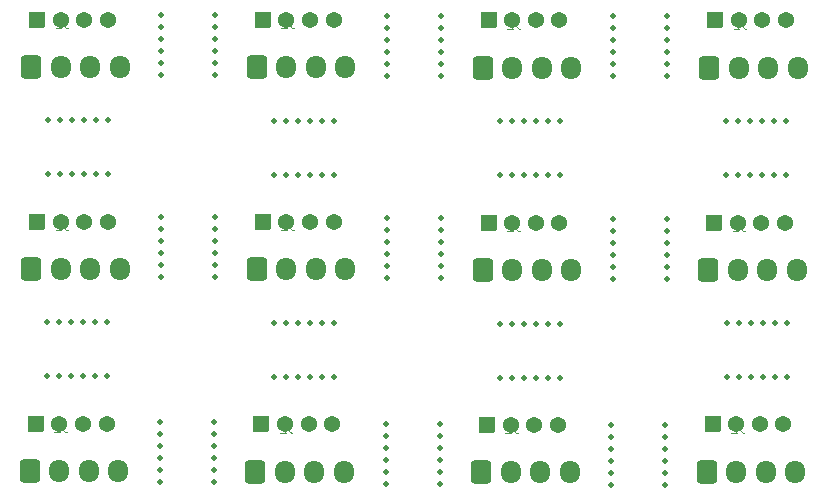
<source format=gbr>
%TF.GenerationSoftware,KiCad,Pcbnew,9.0.2*%
%TF.CreationDate,2025-05-19T21:39:43+01:00*%
%TF.ProjectId,grove_adaptor_panel,67726f76-655f-4616-9461-70746f725f70,rev?*%
%TF.SameCoordinates,Original*%
%TF.FileFunction,Soldermask,Bot*%
%TF.FilePolarity,Negative*%
%FSLAX46Y46*%
G04 Gerber Fmt 4.6, Leading zero omitted, Abs format (unit mm)*
G04 Created by KiCad (PCBNEW 9.0.2) date 2025-05-19 21:39:43*
%MOMM*%
%LPD*%
G01*
G04 APERTURE LIST*
G04 Aperture macros list*
%AMRoundRect*
0 Rectangle with rounded corners*
0 $1 Rounding radius*
0 $2 $3 $4 $5 $6 $7 $8 $9 X,Y pos of 4 corners*
0 Add a 4 corners polygon primitive as box body*
4,1,4,$2,$3,$4,$5,$6,$7,$8,$9,$2,$3,0*
0 Add four circle primitives for the rounded corners*
1,1,$1+$1,$2,$3*
1,1,$1+$1,$4,$5*
1,1,$1+$1,$6,$7*
1,1,$1+$1,$8,$9*
0 Add four rect primitives between the rounded corners*
20,1,$1+$1,$2,$3,$4,$5,0*
20,1,$1+$1,$4,$5,$6,$7,0*
20,1,$1+$1,$6,$7,$8,$9,0*
20,1,$1+$1,$8,$9,$2,$3,0*%
G04 Aperture macros list end*
%ADD10C,0.077216*%
%ADD11C,0.500000*%
%ADD12RoundRect,0.050800X-0.635000X-0.635000X0.635000X-0.635000X0.635000X0.635000X-0.635000X0.635000X0*%
%ADD13C,1.371600*%
%ADD14RoundRect,0.250000X-0.600000X-0.725000X0.600000X-0.725000X0.600000X0.725000X-0.600000X0.725000X0*%
%ADD15O,1.700000X1.950000*%
G04 APERTURE END LIST*
D10*
X139338037Y-106951326D02*
X139338037Y-107502869D01*
X139338037Y-107502869D02*
X139374806Y-107613177D01*
X139374806Y-107613177D02*
X139448345Y-107686717D01*
X139448345Y-107686717D02*
X139558654Y-107723486D01*
X139558654Y-107723486D02*
X139632193Y-107723486D01*
X139007111Y-107024865D02*
X138970342Y-106988096D01*
X138970342Y-106988096D02*
X138896803Y-106951326D01*
X138896803Y-106951326D02*
X138712955Y-106951326D01*
X138712955Y-106951326D02*
X138639416Y-106988096D01*
X138639416Y-106988096D02*
X138602647Y-107024865D01*
X138602647Y-107024865D02*
X138565877Y-107098404D01*
X138565877Y-107098404D02*
X138565877Y-107171943D01*
X138565877Y-107171943D02*
X138602647Y-107282252D01*
X138602647Y-107282252D02*
X139043881Y-107723486D01*
X139043881Y-107723486D02*
X138565877Y-107723486D01*
X158515037Y-89806326D02*
X158515037Y-90357869D01*
X158515037Y-90357869D02*
X158551806Y-90468177D01*
X158551806Y-90468177D02*
X158625345Y-90541717D01*
X158625345Y-90541717D02*
X158735654Y-90578486D01*
X158735654Y-90578486D02*
X158809193Y-90578486D01*
X158184111Y-89879865D02*
X158147342Y-89843096D01*
X158147342Y-89843096D02*
X158073803Y-89806326D01*
X158073803Y-89806326D02*
X157889955Y-89806326D01*
X157889955Y-89806326D02*
X157816416Y-89843096D01*
X157816416Y-89843096D02*
X157779647Y-89879865D01*
X157779647Y-89879865D02*
X157742877Y-89953404D01*
X157742877Y-89953404D02*
X157742877Y-90026943D01*
X157742877Y-90026943D02*
X157779647Y-90137252D01*
X157779647Y-90137252D02*
X158220881Y-90578486D01*
X158220881Y-90578486D02*
X157742877Y-90578486D01*
X139338037Y-89806326D02*
X139338037Y-90357869D01*
X139338037Y-90357869D02*
X139374806Y-90468177D01*
X139374806Y-90468177D02*
X139448345Y-90541717D01*
X139448345Y-90541717D02*
X139558654Y-90578486D01*
X139558654Y-90578486D02*
X139632193Y-90578486D01*
X139007111Y-89879865D02*
X138970342Y-89843096D01*
X138970342Y-89843096D02*
X138896803Y-89806326D01*
X138896803Y-89806326D02*
X138712955Y-89806326D01*
X138712955Y-89806326D02*
X138639416Y-89843096D01*
X138639416Y-89843096D02*
X138602647Y-89879865D01*
X138602647Y-89879865D02*
X138565877Y-89953404D01*
X138565877Y-89953404D02*
X138565877Y-90026943D01*
X138565877Y-90026943D02*
X138602647Y-90137252D01*
X138602647Y-90137252D02*
X139043881Y-90578486D01*
X139043881Y-90578486D02*
X138565877Y-90578486D01*
X120224537Y-106887826D02*
X120224537Y-107439369D01*
X120224537Y-107439369D02*
X120261306Y-107549677D01*
X120261306Y-107549677D02*
X120334845Y-107623217D01*
X120334845Y-107623217D02*
X120445154Y-107659986D01*
X120445154Y-107659986D02*
X120518693Y-107659986D01*
X119893611Y-106961365D02*
X119856842Y-106924596D01*
X119856842Y-106924596D02*
X119783303Y-106887826D01*
X119783303Y-106887826D02*
X119599455Y-106887826D01*
X119599455Y-106887826D02*
X119525916Y-106924596D01*
X119525916Y-106924596D02*
X119489147Y-106961365D01*
X119489147Y-106961365D02*
X119452377Y-107034904D01*
X119452377Y-107034904D02*
X119452377Y-107108443D01*
X119452377Y-107108443D02*
X119489147Y-107218752D01*
X119489147Y-107218752D02*
X119930381Y-107659986D01*
X119930381Y-107659986D02*
X119452377Y-107659986D01*
X100994037Y-123994826D02*
X100994037Y-124546369D01*
X100994037Y-124546369D02*
X101030806Y-124656677D01*
X101030806Y-124656677D02*
X101104345Y-124730217D01*
X101104345Y-124730217D02*
X101214654Y-124766986D01*
X101214654Y-124766986D02*
X101288193Y-124766986D01*
X100663111Y-124068365D02*
X100626342Y-124031596D01*
X100626342Y-124031596D02*
X100552803Y-123994826D01*
X100552803Y-123994826D02*
X100368955Y-123994826D01*
X100368955Y-123994826D02*
X100295416Y-124031596D01*
X100295416Y-124031596D02*
X100258647Y-124068365D01*
X100258647Y-124068365D02*
X100221877Y-124141904D01*
X100221877Y-124141904D02*
X100221877Y-124215443D01*
X100221877Y-124215443D02*
X100258647Y-124325752D01*
X100258647Y-124325752D02*
X100699881Y-124766986D01*
X100699881Y-124766986D02*
X100221877Y-124766986D01*
X101121037Y-106849826D02*
X101121037Y-107401369D01*
X101121037Y-107401369D02*
X101157806Y-107511677D01*
X101157806Y-107511677D02*
X101231345Y-107585217D01*
X101231345Y-107585217D02*
X101341654Y-107621986D01*
X101341654Y-107621986D02*
X101415193Y-107621986D01*
X100790111Y-106923365D02*
X100753342Y-106886596D01*
X100753342Y-106886596D02*
X100679803Y-106849826D01*
X100679803Y-106849826D02*
X100495955Y-106849826D01*
X100495955Y-106849826D02*
X100422416Y-106886596D01*
X100422416Y-106886596D02*
X100385647Y-106923365D01*
X100385647Y-106923365D02*
X100348877Y-106996904D01*
X100348877Y-106996904D02*
X100348877Y-107070443D01*
X100348877Y-107070443D02*
X100385647Y-107180752D01*
X100385647Y-107180752D02*
X100826881Y-107621986D01*
X100826881Y-107621986D02*
X100348877Y-107621986D01*
X158304537Y-124016826D02*
X158304537Y-124568369D01*
X158304537Y-124568369D02*
X158341306Y-124678677D01*
X158341306Y-124678677D02*
X158414845Y-124752217D01*
X158414845Y-124752217D02*
X158525154Y-124788986D01*
X158525154Y-124788986D02*
X158598693Y-124788986D01*
X157973611Y-124090365D02*
X157936842Y-124053596D01*
X157936842Y-124053596D02*
X157863303Y-124016826D01*
X157863303Y-124016826D02*
X157679455Y-124016826D01*
X157679455Y-124016826D02*
X157605916Y-124053596D01*
X157605916Y-124053596D02*
X157569147Y-124090365D01*
X157569147Y-124090365D02*
X157532377Y-124163904D01*
X157532377Y-124163904D02*
X157532377Y-124237443D01*
X157532377Y-124237443D02*
X157569147Y-124347752D01*
X157569147Y-124347752D02*
X158010381Y-124788986D01*
X158010381Y-124788986D02*
X157532377Y-124788986D01*
X139201037Y-124080326D02*
X139201037Y-124631869D01*
X139201037Y-124631869D02*
X139237806Y-124742177D01*
X139237806Y-124742177D02*
X139311345Y-124815717D01*
X139311345Y-124815717D02*
X139421654Y-124852486D01*
X139421654Y-124852486D02*
X139495193Y-124852486D01*
X138870111Y-124153865D02*
X138833342Y-124117096D01*
X138833342Y-124117096D02*
X138759803Y-124080326D01*
X138759803Y-124080326D02*
X138575955Y-124080326D01*
X138575955Y-124080326D02*
X138502416Y-124117096D01*
X138502416Y-124117096D02*
X138465647Y-124153865D01*
X138465647Y-124153865D02*
X138428877Y-124227404D01*
X138428877Y-124227404D02*
X138428877Y-124300943D01*
X138428877Y-124300943D02*
X138465647Y-124411252D01*
X138465647Y-124411252D02*
X138906881Y-124852486D01*
X138906881Y-124852486D02*
X138428877Y-124852486D01*
X120097537Y-124016826D02*
X120097537Y-124568369D01*
X120097537Y-124568369D02*
X120134306Y-124678677D01*
X120134306Y-124678677D02*
X120207845Y-124752217D01*
X120207845Y-124752217D02*
X120318154Y-124788986D01*
X120318154Y-124788986D02*
X120391693Y-124788986D01*
X119766611Y-124090365D02*
X119729842Y-124053596D01*
X119729842Y-124053596D02*
X119656303Y-124016826D01*
X119656303Y-124016826D02*
X119472455Y-124016826D01*
X119472455Y-124016826D02*
X119398916Y-124053596D01*
X119398916Y-124053596D02*
X119362147Y-124090365D01*
X119362147Y-124090365D02*
X119325377Y-124163904D01*
X119325377Y-124163904D02*
X119325377Y-124237443D01*
X119325377Y-124237443D02*
X119362147Y-124347752D01*
X119362147Y-124347752D02*
X119803381Y-124788986D01*
X119803381Y-124788986D02*
X119325377Y-124788986D01*
X158431537Y-106954826D02*
X158431537Y-107506369D01*
X158431537Y-107506369D02*
X158468306Y-107616677D01*
X158468306Y-107616677D02*
X158541845Y-107690217D01*
X158541845Y-107690217D02*
X158652154Y-107726986D01*
X158652154Y-107726986D02*
X158725693Y-107726986D01*
X158100611Y-107028365D02*
X158063842Y-106991596D01*
X158063842Y-106991596D02*
X157990303Y-106954826D01*
X157990303Y-106954826D02*
X157806455Y-106954826D01*
X157806455Y-106954826D02*
X157732916Y-106991596D01*
X157732916Y-106991596D02*
X157696147Y-107028365D01*
X157696147Y-107028365D02*
X157659377Y-107101904D01*
X157659377Y-107101904D02*
X157659377Y-107175443D01*
X157659377Y-107175443D02*
X157696147Y-107285752D01*
X157696147Y-107285752D02*
X158137381Y-107726986D01*
X158137381Y-107726986D02*
X157659377Y-107726986D01*
X120224537Y-89746326D02*
X120224537Y-90297869D01*
X120224537Y-90297869D02*
X120261306Y-90408177D01*
X120261306Y-90408177D02*
X120334845Y-90481717D01*
X120334845Y-90481717D02*
X120445154Y-90518486D01*
X120445154Y-90518486D02*
X120518693Y-90518486D01*
X119893611Y-89819865D02*
X119856842Y-89783096D01*
X119856842Y-89783096D02*
X119783303Y-89746326D01*
X119783303Y-89746326D02*
X119599455Y-89746326D01*
X119599455Y-89746326D02*
X119525916Y-89783096D01*
X119525916Y-89783096D02*
X119489147Y-89819865D01*
X119489147Y-89819865D02*
X119452377Y-89893404D01*
X119452377Y-89893404D02*
X119452377Y-89966943D01*
X119452377Y-89966943D02*
X119489147Y-90077252D01*
X119489147Y-90077252D02*
X119930381Y-90518486D01*
X119930381Y-90518486D02*
X119452377Y-90518486D01*
X101121037Y-89746326D02*
X101121037Y-90297869D01*
X101121037Y-90297869D02*
X101157806Y-90408177D01*
X101157806Y-90408177D02*
X101231345Y-90481717D01*
X101231345Y-90481717D02*
X101341654Y-90518486D01*
X101341654Y-90518486D02*
X101415193Y-90518486D01*
X100790111Y-89819865D02*
X100753342Y-89783096D01*
X100753342Y-89783096D02*
X100679803Y-89746326D01*
X100679803Y-89746326D02*
X100495955Y-89746326D01*
X100495955Y-89746326D02*
X100422416Y-89783096D01*
X100422416Y-89783096D02*
X100385647Y-89819865D01*
X100385647Y-89819865D02*
X100348877Y-89893404D01*
X100348877Y-89893404D02*
X100348877Y-89966943D01*
X100348877Y-89966943D02*
X100385647Y-90077252D01*
X100385647Y-90077252D02*
X100826881Y-90518486D01*
X100826881Y-90518486D02*
X100348877Y-90518486D01*
D11*
%TO.C,mouse-bite-5mm-slot*%
X162179000Y-102997000D03*
X162179000Y-98425000D03*
X158115000Y-98425000D03*
X160147000Y-98425000D03*
X159131000Y-102997000D03*
X157099000Y-102997000D03*
X160147000Y-102997000D03*
X159131000Y-98425000D03*
X158115000Y-102997000D03*
X161163000Y-102997000D03*
X161163000Y-98425000D03*
X157099000Y-98425000D03*
%TD*%
%TO.C,mouse-bite-5mm-slot*%
X152082500Y-106676500D03*
X152082500Y-110740500D03*
X147510500Y-110740500D03*
X147510500Y-107692500D03*
X152082500Y-108708500D03*
X147510500Y-109724500D03*
X147510500Y-106676500D03*
X147510500Y-108708500D03*
X152082500Y-109724500D03*
X152082500Y-107692500D03*
X152082500Y-111756500D03*
X147510500Y-111756500D03*
%TD*%
%TO.C,mouse-bite-5mm-slot*%
X143005500Y-120138500D03*
X143005500Y-115566500D03*
X138941500Y-115566500D03*
X140973500Y-115566500D03*
X139957500Y-120138500D03*
X137925500Y-120138500D03*
X140973500Y-120138500D03*
X139957500Y-115566500D03*
X138941500Y-120138500D03*
X141989500Y-120138500D03*
X141989500Y-115566500D03*
X137925500Y-115566500D03*
%TD*%
D12*
%TO.C,J2*%
X136993000Y-107022000D03*
D13*
X138993000Y-107022000D03*
X140993000Y-107022000D03*
X142993000Y-107022000D03*
%TD*%
D14*
%TO.C,J1*%
X136493000Y-111022000D03*
D15*
X138993000Y-111022000D03*
X141493000Y-111022000D03*
X143993000Y-111022000D03*
%TD*%
D12*
%TO.C,J2*%
X156170000Y-89877000D03*
D13*
X158170000Y-89877000D03*
X160170000Y-89877000D03*
X162170000Y-89877000D03*
%TD*%
D14*
%TO.C,J1*%
X155670000Y-93877000D03*
D15*
X158170000Y-93877000D03*
X160670000Y-93877000D03*
X163170000Y-93877000D03*
%TD*%
D11*
%TO.C,mouse-bite-5mm-slot*%
X152082500Y-89531500D03*
X152082500Y-93595500D03*
X147510500Y-93595500D03*
X147510500Y-90547500D03*
X152082500Y-91563500D03*
X147510500Y-92579500D03*
X147510500Y-89531500D03*
X147510500Y-91563500D03*
X152082500Y-92579500D03*
X152082500Y-90547500D03*
X152082500Y-94611500D03*
X147510500Y-94611500D03*
%TD*%
%TO.C,mouse-bite-5mm-slot*%
X143005500Y-102993500D03*
X143005500Y-98421500D03*
X138941500Y-98421500D03*
X140973500Y-98421500D03*
X139957500Y-102993500D03*
X137925500Y-102993500D03*
X140973500Y-102993500D03*
X139957500Y-98421500D03*
X138941500Y-102993500D03*
X141989500Y-102993500D03*
X141989500Y-98421500D03*
X137925500Y-98421500D03*
%TD*%
D12*
%TO.C,J2*%
X136993000Y-89877000D03*
D13*
X138993000Y-89877000D03*
X140993000Y-89877000D03*
X142993000Y-89877000D03*
%TD*%
D14*
%TO.C,J1*%
X136493000Y-93877000D03*
D15*
X138993000Y-93877000D03*
X141493000Y-93877000D03*
X143993000Y-93877000D03*
%TD*%
D11*
%TO.C,mouse-bite-5mm-slot*%
X132969000Y-106613000D03*
X132969000Y-110677000D03*
X128397000Y-110677000D03*
X128397000Y-107629000D03*
X132969000Y-108645000D03*
X128397000Y-109661000D03*
X128397000Y-106613000D03*
X128397000Y-108645000D03*
X132969000Y-109661000D03*
X132969000Y-107629000D03*
X132969000Y-111693000D03*
X128397000Y-111693000D03*
%TD*%
%TO.C,mouse-bite-5mm-slot*%
X123892000Y-120075000D03*
X123892000Y-115503000D03*
X119828000Y-115503000D03*
X121860000Y-115503000D03*
X120844000Y-120075000D03*
X118812000Y-120075000D03*
X121860000Y-120075000D03*
X120844000Y-115503000D03*
X119828000Y-120075000D03*
X122876000Y-120075000D03*
X122876000Y-115503000D03*
X118812000Y-115503000D03*
%TD*%
%TO.C,mouse-bite-5mm-slot*%
X109280000Y-111629500D03*
X113852000Y-111629500D03*
X113852000Y-107565500D03*
X113852000Y-109597500D03*
X109280000Y-108581500D03*
X109280000Y-106549500D03*
X109280000Y-109597500D03*
X113852000Y-108581500D03*
X109280000Y-107565500D03*
X109280000Y-110613500D03*
X113852000Y-110613500D03*
X113852000Y-106549500D03*
%TD*%
D12*
%TO.C,J2*%
X117879500Y-106958500D03*
D13*
X119879500Y-106958500D03*
X121879500Y-106958500D03*
X123879500Y-106958500D03*
%TD*%
D14*
%TO.C,J1*%
X117379500Y-110958500D03*
D15*
X119879500Y-110958500D03*
X122379500Y-110958500D03*
X124879500Y-110958500D03*
%TD*%
D14*
%TO.C,J1*%
X98149000Y-128065500D03*
D15*
X100649000Y-128065500D03*
X103149000Y-128065500D03*
X105649000Y-128065500D03*
%TD*%
D12*
%TO.C,J2*%
X98649000Y-124065500D03*
D13*
X100649000Y-124065500D03*
X102649000Y-124065500D03*
X104649000Y-124065500D03*
%TD*%
D11*
%TO.C,mouse-bite-5mm-slot*%
X157166000Y-115506500D03*
X161230000Y-115506500D03*
X161230000Y-120078500D03*
X158182000Y-120078500D03*
X159198000Y-115506500D03*
X160214000Y-120078500D03*
X157166000Y-120078500D03*
X159198000Y-120078500D03*
X160214000Y-115506500D03*
X158182000Y-115506500D03*
X162246000Y-115506500D03*
X162246000Y-120078500D03*
%TD*%
%TO.C,mouse-bite-5mm-slot*%
X151955500Y-124146000D03*
X151955500Y-128210000D03*
X147383500Y-128210000D03*
X147383500Y-125162000D03*
X151955500Y-126178000D03*
X147383500Y-127194000D03*
X147383500Y-124146000D03*
X147383500Y-126178000D03*
X151955500Y-127194000D03*
X151955500Y-125162000D03*
X151955500Y-129226000D03*
X147383500Y-129226000D03*
%TD*%
%TO.C,mouse-bite-5mm-slot*%
X99635000Y-115443000D03*
X103699000Y-115443000D03*
X103699000Y-120015000D03*
X100651000Y-120015000D03*
X101667000Y-115443000D03*
X102683000Y-120015000D03*
X99635000Y-120015000D03*
X101667000Y-120015000D03*
X102683000Y-115443000D03*
X100651000Y-115443000D03*
X104715000Y-115443000D03*
X104715000Y-120015000D03*
%TD*%
%TO.C,mouse-bite-5mm-slot*%
X113728500Y-123888500D03*
X113728500Y-127952500D03*
X109156500Y-127952500D03*
X109156500Y-124904500D03*
X113728500Y-125920500D03*
X109156500Y-126936500D03*
X109156500Y-123888500D03*
X109156500Y-125920500D03*
X113728500Y-126936500D03*
X113728500Y-124904500D03*
X113728500Y-128968500D03*
X109156500Y-128968500D03*
%TD*%
%TO.C,mouse-bite-5mm-slot*%
X128270000Y-129099000D03*
X132842000Y-129099000D03*
X132842000Y-125035000D03*
X132842000Y-127067000D03*
X128270000Y-126051000D03*
X128270000Y-124019000D03*
X128270000Y-127067000D03*
X132842000Y-126051000D03*
X128270000Y-125035000D03*
X128270000Y-128083000D03*
X132842000Y-128083000D03*
X132842000Y-124019000D03*
%TD*%
%TO.C,mouse-bite-5mm-slot*%
X118812000Y-98361500D03*
X122876000Y-98361500D03*
X122876000Y-102933500D03*
X119828000Y-102933500D03*
X120844000Y-98361500D03*
X121860000Y-102933500D03*
X118812000Y-102933500D03*
X120844000Y-102933500D03*
X121860000Y-98361500D03*
X119828000Y-98361500D03*
X123892000Y-98361500D03*
X123892000Y-102933500D03*
%TD*%
%TO.C,mouse-bite-5mm-slot*%
X99695000Y-98298000D03*
X103759000Y-98298000D03*
X103759000Y-102870000D03*
X100711000Y-102870000D03*
X101727000Y-98298000D03*
X102743000Y-102870000D03*
X99695000Y-102870000D03*
X101727000Y-102870000D03*
X102743000Y-98298000D03*
X100711000Y-98298000D03*
X104775000Y-98298000D03*
X104775000Y-102870000D03*
%TD*%
D13*
%TO.C,J2*%
X104776000Y-106920500D03*
X102776000Y-106920500D03*
X100776000Y-106920500D03*
D12*
X98776000Y-106920500D03*
%TD*%
D15*
%TO.C,J1*%
X105776000Y-110920500D03*
X103276000Y-110920500D03*
X100776000Y-110920500D03*
D14*
X98276000Y-110920500D03*
%TD*%
D11*
%TO.C,mouse-bite-5mm-slot*%
X113852000Y-89408000D03*
X113852000Y-93472000D03*
X109280000Y-93472000D03*
X109280000Y-90424000D03*
X113852000Y-91440000D03*
X109280000Y-92456000D03*
X109280000Y-89408000D03*
X109280000Y-91440000D03*
X113852000Y-92456000D03*
X113852000Y-90424000D03*
X113852000Y-94488000D03*
X109280000Y-94488000D03*
%TD*%
%TO.C,mouse-bite-5mm-slot*%
X128397000Y-94551500D03*
X132969000Y-94551500D03*
X132969000Y-90487500D03*
X132969000Y-92519500D03*
X128397000Y-91503500D03*
X128397000Y-89471500D03*
X128397000Y-92519500D03*
X132969000Y-91503500D03*
X128397000Y-90487500D03*
X128397000Y-93535500D03*
X132969000Y-93535500D03*
X132969000Y-89471500D03*
%TD*%
D13*
%TO.C,J2*%
X161959500Y-124087500D03*
X159959500Y-124087500D03*
X157959500Y-124087500D03*
D12*
X155959500Y-124087500D03*
%TD*%
D13*
%TO.C,J2*%
X142856000Y-124151000D03*
X140856000Y-124151000D03*
X138856000Y-124151000D03*
D12*
X136856000Y-124151000D03*
%TD*%
D13*
%TO.C,J2*%
X123752500Y-124087500D03*
X121752500Y-124087500D03*
X119752500Y-124087500D03*
D12*
X117752500Y-124087500D03*
%TD*%
D13*
%TO.C,J2*%
X162086500Y-107025500D03*
X160086500Y-107025500D03*
X158086500Y-107025500D03*
D12*
X156086500Y-107025500D03*
%TD*%
D13*
%TO.C,J2*%
X123879500Y-89817000D03*
X121879500Y-89817000D03*
X119879500Y-89817000D03*
D12*
X117879500Y-89817000D03*
%TD*%
D15*
%TO.C,J1*%
X162959500Y-128087500D03*
X160459500Y-128087500D03*
X157959500Y-128087500D03*
D14*
X155459500Y-128087500D03*
%TD*%
D15*
%TO.C,J1*%
X143856000Y-128151000D03*
X141356000Y-128151000D03*
X138856000Y-128151000D03*
D14*
X136356000Y-128151000D03*
%TD*%
D15*
%TO.C,J1*%
X124752500Y-128087500D03*
X122252500Y-128087500D03*
X119752500Y-128087500D03*
D14*
X117252500Y-128087500D03*
%TD*%
D15*
%TO.C,J1*%
X163086500Y-111025500D03*
X160586500Y-111025500D03*
X158086500Y-111025500D03*
D14*
X155586500Y-111025500D03*
%TD*%
D15*
%TO.C,J1*%
X124879500Y-93817000D03*
X122379500Y-93817000D03*
X119879500Y-93817000D03*
D14*
X117379500Y-93817000D03*
%TD*%
D13*
%TO.C,J2*%
X104776000Y-89817000D03*
X102776000Y-89817000D03*
X100776000Y-89817000D03*
D12*
X98776000Y-89817000D03*
%TD*%
D15*
%TO.C,J1*%
X105776000Y-93817000D03*
X103276000Y-93817000D03*
X100776000Y-93817000D03*
D14*
X98276000Y-93817000D03*
%TD*%
M02*

</source>
